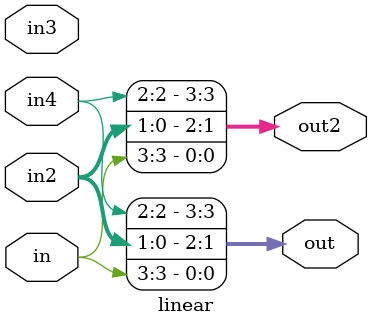
<source format=sv>
module linear(output wire [3:0] out, output wire [3:0] out2, input wire [3:0] in, input wire [3:0] in2, input wire [3:0] in3, input wire [3:0] in4);
  assign out[0] = in[3];
  assign out[1] = in2[0];
  assign out[2] = in2[1];
  assign out[3] = in4[2];

  assign out2[0] = in[3];
  assign out2[1] = in2[0];
  assign out2[2] = in2[1];
  assign out2[3] = in4[2];

endmodule



</source>
